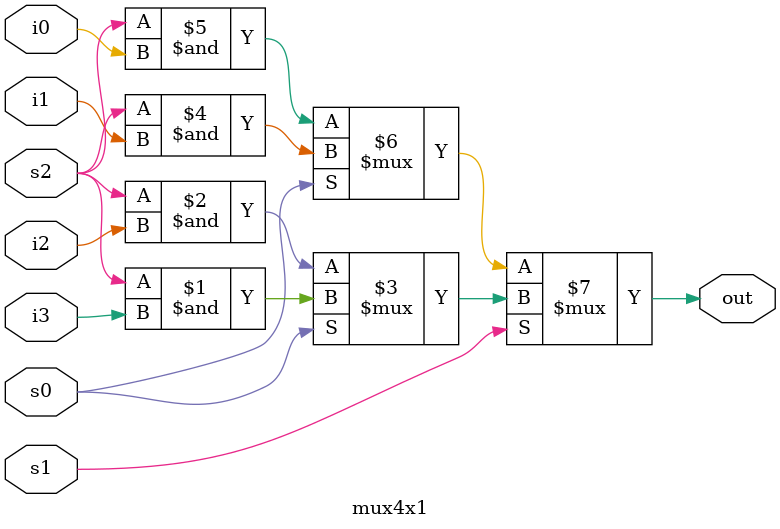
<source format=v>
`timescale 1ns / 1ps


module mux8x1using4x1(input i0,i1,i2,i3,i4,i5,i6,i7,input s2,s1,s0,output wire out);
wire t1,t2,s2b;
not w3(s2b,s2);
mux4x1 w8(i0,i1,i2,i3,s2b,s1,s0,t1);
mux4x1 w9(i4,i5,i6,i7,s2,s1,s0,t2);
or w4(out,t1,t2);
endmodule

module mux4x1(input i0,i1,i2,i3,s2,s1,s0,output out);
assign out=s1?
            (s0?(s2&i3):(s2&i2)):
            (s0?(s2&i1):(s2&i0));
endmodule
</source>
